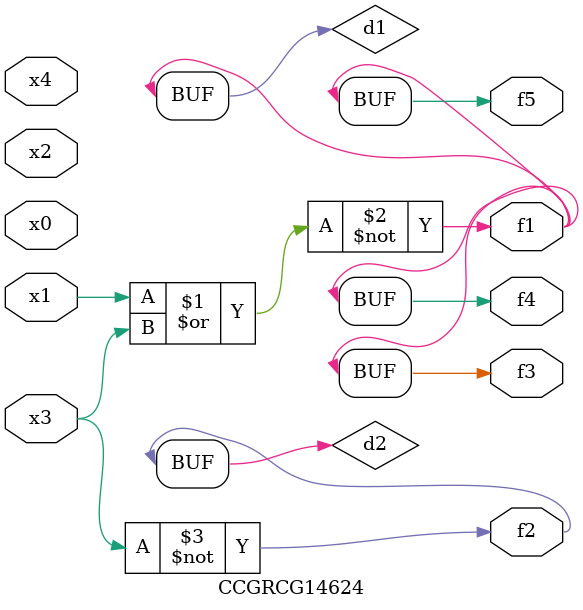
<source format=v>
module CCGRCG14624(
	input x0, x1, x2, x3, x4,
	output f1, f2, f3, f4, f5
);

	wire d1, d2;

	nor (d1, x1, x3);
	not (d2, x3);
	assign f1 = d1;
	assign f2 = d2;
	assign f3 = d1;
	assign f4 = d1;
	assign f5 = d1;
endmodule

</source>
